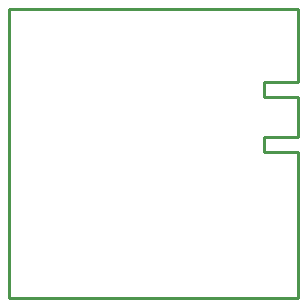
<source format=gko>
G04 Layer_Color=16711935*
%FSLAX25Y25*%
%MOIN*%
G70*
G01*
G75*
%ADD28C,0.01000*%
D28*
X96457Y72200D02*
Y96457D01*
X0D02*
X96457D01*
X0Y0D02*
Y96457D01*
Y0D02*
X96457D01*
Y48700D01*
X84900D02*
X96457D01*
X84900D02*
Y53700D01*
X96457D01*
Y67200D01*
X84900D02*
X96457D01*
X84900D02*
Y72200D01*
X96457D01*
M02*

</source>
